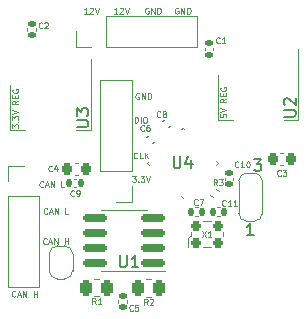
<source format=gto>
G04 #@! TF.GenerationSoftware,KiCad,Pcbnew,(6.0.7)*
G04 #@! TF.CreationDate,2023-06-30T23:32:05-07:00*
G04 #@! TF.ProjectId,RFD900 Interface,52464439-3030-4204-996e-746572666163,rev?*
G04 #@! TF.SameCoordinates,Original*
G04 #@! TF.FileFunction,Legend,Top*
G04 #@! TF.FilePolarity,Positive*
%FSLAX46Y46*%
G04 Gerber Fmt 4.6, Leading zero omitted, Abs format (unit mm)*
G04 Created by KiCad (PCBNEW (6.0.7)) date 2023-06-30 23:32:05*
%MOMM*%
%LPD*%
G01*
G04 APERTURE LIST*
G04 Aperture macros list*
%AMRoundRect*
0 Rectangle with rounded corners*
0 $1 Rounding radius*
0 $2 $3 $4 $5 $6 $7 $8 $9 X,Y pos of 4 corners*
0 Add a 4 corners polygon primitive as box body*
4,1,4,$2,$3,$4,$5,$6,$7,$8,$9,$2,$3,0*
0 Add four circle primitives for the rounded corners*
1,1,$1+$1,$2,$3*
1,1,$1+$1,$4,$5*
1,1,$1+$1,$6,$7*
1,1,$1+$1,$8,$9*
0 Add four rect primitives between the rounded corners*
20,1,$1+$1,$2,$3,$4,$5,0*
20,1,$1+$1,$4,$5,$6,$7,0*
20,1,$1+$1,$6,$7,$8,$9,0*
20,1,$1+$1,$8,$9,$2,$3,0*%
%AMFreePoly0*
4,1,22,0.500000,-0.750000,0.000000,-0.750000,0.000000,-0.745033,-0.079941,-0.743568,-0.215256,-0.701293,-0.333266,-0.622738,-0.424486,-0.514219,-0.481581,-0.384460,-0.499164,-0.250000,-0.500000,-0.250000,-0.500000,0.250000,-0.499164,0.250000,-0.499963,0.256109,-0.478152,0.396186,-0.417904,0.524511,-0.324060,0.630769,-0.204165,0.706417,-0.067858,0.745374,0.000000,0.744959,0.000000,0.750000,
0.500000,0.750000,0.500000,-0.750000,0.500000,-0.750000,$1*%
%AMFreePoly1*
4,1,20,0.000000,0.744959,0.073905,0.744508,0.209726,0.703889,0.328688,0.626782,0.421226,0.519385,0.479903,0.390333,0.500000,0.250000,0.500000,-0.250000,0.499851,-0.262216,0.476331,-0.402017,0.414519,-0.529596,0.319384,-0.634700,0.198574,-0.708877,0.061801,-0.746166,0.000000,-0.745033,0.000000,-0.750000,-0.500000,-0.750000,-0.500000,0.750000,0.000000,0.750000,0.000000,0.744959,
0.000000,0.744959,$1*%
%AMFreePoly2*
4,1,14,0.230680,0.111820,0.364320,-0.021821,0.377500,-0.053642,0.377500,-0.080000,0.364320,-0.111820,0.332500,-0.125000,-0.332500,-0.125000,-0.364320,-0.111820,-0.377500,-0.080000,-0.377500,0.080000,-0.364320,0.111820,-0.332500,0.125000,0.198860,0.125000,0.230680,0.111820,0.230680,0.111820,$1*%
%AMFreePoly3*
4,1,14,0.364320,0.111820,0.377500,0.080000,0.377501,0.053640,0.364318,0.021819,0.230680,-0.111820,0.198860,-0.125000,-0.332500,-0.125000,-0.364320,-0.111820,-0.377500,-0.080000,-0.377500,0.080000,-0.364320,0.111820,-0.332500,0.125000,0.332500,0.125000,0.364320,0.111820,0.364320,0.111820,$1*%
%AMFreePoly4*
4,1,15,0.053642,0.377500,0.080000,0.377500,0.111820,0.364320,0.125000,0.332500,0.125000,-0.332500,0.111820,-0.364320,0.080000,-0.377500,-0.080000,-0.377500,-0.111820,-0.364320,-0.125000,-0.332500,-0.125000,0.198860,-0.111820,0.230680,0.021820,0.364320,0.053640,0.377501,0.053642,0.377500,0.053642,0.377500,$1*%
%AMFreePoly5*
4,1,14,-0.021820,0.364320,0.111820,0.230679,0.125000,0.198858,0.125000,-0.332500,0.111820,-0.364320,0.080000,-0.377500,-0.080000,-0.377500,-0.111820,-0.364320,-0.125000,-0.332500,-0.125000,0.332500,-0.111820,0.364320,-0.080000,0.377500,-0.053640,0.377500,-0.021820,0.364320,-0.021820,0.364320,$1*%
%AMFreePoly6*
4,1,14,0.364320,0.111820,0.377500,0.080000,0.377500,-0.080000,0.364320,-0.111820,0.332500,-0.125000,-0.198860,-0.125001,-0.230681,-0.111818,-0.364320,0.021820,-0.377500,0.053640,-0.377500,0.080000,-0.364320,0.111820,-0.332500,0.125000,0.332500,0.125000,0.364320,0.111820,0.364320,0.111820,$1*%
%AMFreePoly7*
4,1,15,-0.198858,0.125000,0.332500,0.125000,0.364320,0.111820,0.377500,0.080000,0.377500,-0.080000,0.364320,-0.111820,0.332500,-0.125000,-0.332500,-0.125000,-0.364320,-0.111820,-0.377500,-0.080000,-0.377500,-0.053640,-0.364320,-0.021820,-0.230680,0.111820,-0.198860,0.125001,-0.198858,0.125000,-0.198858,0.125000,$1*%
%AMFreePoly8*
4,1,14,0.111820,0.364320,0.125000,0.332500,0.125001,-0.198860,0.111818,-0.230681,-0.021820,-0.364320,-0.053640,-0.377500,-0.080000,-0.377500,-0.111820,-0.364320,-0.125000,-0.332500,-0.125000,0.332500,-0.111820,0.364320,-0.080000,0.377500,0.080000,0.377500,0.111820,0.364320,0.111820,0.364320,$1*%
%AMFreePoly9*
4,1,14,0.111820,0.364320,0.125000,0.332500,0.125000,-0.332500,0.111820,-0.364320,0.080000,-0.377500,0.053640,-0.377501,0.021819,-0.364318,-0.111820,-0.230680,-0.125000,-0.198860,-0.125000,0.332500,-0.111820,0.364320,-0.080000,0.377500,0.080000,0.377500,0.111820,0.364320,0.111820,0.364320,$1*%
%AMFreePoly10*
4,1,22,0.550000,-0.750000,0.000000,-0.750000,0.000000,-0.745033,-0.079941,-0.743568,-0.215256,-0.701293,-0.333266,-0.622738,-0.424486,-0.514219,-0.481581,-0.384460,-0.499164,-0.250000,-0.500000,-0.250000,-0.500000,0.250000,-0.499164,0.250000,-0.499963,0.256109,-0.478152,0.396186,-0.417904,0.524511,-0.324060,0.630769,-0.204165,0.706417,-0.067858,0.745374,0.000000,0.744959,0.000000,0.750000,
0.550000,0.750000,0.550000,-0.750000,0.550000,-0.750000,$1*%
%AMFreePoly11*
4,1,20,0.000000,0.744959,0.073905,0.744508,0.209726,0.703889,0.328688,0.626782,0.421226,0.519385,0.479903,0.390333,0.500000,0.250000,0.500000,-0.250000,0.499851,-0.262216,0.476331,-0.402017,0.414519,-0.529596,0.319384,-0.634700,0.198574,-0.708877,0.061801,-0.746166,0.000000,-0.745033,0.000000,-0.750000,-0.550000,-0.750000,-0.550000,0.750000,0.000000,0.750000,0.000000,0.744959,
0.000000,0.744959,$1*%
G04 Aperture macros list end*
%ADD10C,0.100000*%
%ADD11C,0.150000*%
%ADD12C,0.120000*%
%ADD13R,1.700000X1.700000*%
%ADD14O,1.700000X1.700000*%
%ADD15RoundRect,0.200000X0.250000X-0.200000X0.250000X0.200000X-0.250000X0.200000X-0.250000X-0.200000X0*%
%ADD16RoundRect,0.140000X-0.140000X-0.170000X0.140000X-0.170000X0.140000X0.170000X-0.140000X0.170000X0*%
%ADD17RoundRect,0.140000X-0.170000X0.140000X-0.170000X-0.140000X0.170000X-0.140000X0.170000X0.140000X0*%
%ADD18FreePoly0,90.000000*%
%ADD19FreePoly1,90.000000*%
%ADD20FreePoly2,135.000000*%
%ADD21RoundRect,0.062500X0.309359X-0.220971X-0.220971X0.309359X-0.309359X0.220971X0.220971X-0.309359X0*%
%ADD22FreePoly3,135.000000*%
%ADD23FreePoly4,135.000000*%
%ADD24RoundRect,0.062500X0.309359X0.220971X0.220971X0.309359X-0.309359X-0.220971X-0.220971X-0.309359X0*%
%ADD25FreePoly5,135.000000*%
%ADD26FreePoly6,135.000000*%
%ADD27FreePoly7,135.000000*%
%ADD28FreePoly8,135.000000*%
%ADD29FreePoly9,135.000000*%
%ADD30RoundRect,0.140000X0.021213X-0.219203X0.219203X-0.021213X-0.021213X0.219203X-0.219203X0.021213X0*%
%ADD31RoundRect,0.135000X-0.226274X-0.035355X-0.035355X-0.226274X0.226274X0.035355X0.035355X0.226274X0*%
%ADD32R,1.500000X2.000000*%
%ADD33R,3.800000X2.000000*%
%ADD34RoundRect,0.140000X-0.021213X0.219203X-0.219203X0.021213X0.021213X-0.219203X0.219203X-0.021213X0*%
%ADD35RoundRect,0.150000X0.825000X0.150000X-0.825000X0.150000X-0.825000X-0.150000X0.825000X-0.150000X0*%
%ADD36RoundRect,0.140000X0.170000X-0.140000X0.170000X0.140000X-0.170000X0.140000X-0.170000X-0.140000X0*%
%ADD37RoundRect,0.250000X-0.262500X-0.450000X0.262500X-0.450000X0.262500X0.450000X-0.262500X0.450000X0*%
%ADD38FreePoly10,90.000000*%
%ADD39R,1.500000X1.000000*%
%ADD40FreePoly11,90.000000*%
%ADD41RoundRect,0.140000X0.140000X0.170000X-0.140000X0.170000X-0.140000X-0.170000X0.140000X-0.170000X0*%
%ADD42RoundRect,0.225000X-0.225000X-0.250000X0.225000X-0.250000X0.225000X0.250000X-0.225000X0.250000X0*%
G04 APERTURE END LIST*
D10*
X37887911Y-25619608D02*
X37840292Y-25595798D01*
X37768864Y-25595798D01*
X37697435Y-25619608D01*
X37649816Y-25667227D01*
X37626006Y-25714846D01*
X37602197Y-25810084D01*
X37602197Y-25881512D01*
X37626006Y-25976750D01*
X37649816Y-26024369D01*
X37697435Y-26071988D01*
X37768864Y-26095798D01*
X37816483Y-26095798D01*
X37887911Y-26071988D01*
X37911721Y-26048179D01*
X37911721Y-25881512D01*
X37816483Y-25881512D01*
X38126006Y-26095798D02*
X38126006Y-25595798D01*
X38411721Y-26095798D01*
X38411721Y-25595798D01*
X38649816Y-26095798D02*
X38649816Y-25595798D01*
X38768864Y-25595798D01*
X38840292Y-25619608D01*
X38887911Y-25667227D01*
X38911721Y-25714846D01*
X38935530Y-25810084D01*
X38935530Y-25881512D01*
X38911721Y-25976750D01*
X38887911Y-26024369D01*
X38840292Y-26071988D01*
X38768864Y-26095798D01*
X38649816Y-26095798D01*
X29310714Y-43003571D02*
X29286904Y-43027380D01*
X29215476Y-43051190D01*
X29167857Y-43051190D01*
X29096428Y-43027380D01*
X29048809Y-42979761D01*
X29025000Y-42932142D01*
X29001190Y-42836904D01*
X29001190Y-42765476D01*
X29025000Y-42670238D01*
X29048809Y-42622619D01*
X29096428Y-42575000D01*
X29167857Y-42551190D01*
X29215476Y-42551190D01*
X29286904Y-42575000D01*
X29310714Y-42598809D01*
X29501190Y-42908333D02*
X29739285Y-42908333D01*
X29453571Y-43051190D02*
X29620238Y-42551190D01*
X29786904Y-43051190D01*
X29953571Y-43051190D02*
X29953571Y-42551190D01*
X30239285Y-43051190D01*
X30239285Y-42551190D01*
X31096428Y-43051190D02*
X30858333Y-43051190D01*
X30858333Y-42551190D01*
X35246932Y-26095798D02*
X34961217Y-26095798D01*
X35104074Y-26095798D02*
X35104074Y-25595798D01*
X35056455Y-25667227D01*
X35008836Y-25714846D01*
X34961217Y-25738655D01*
X35437408Y-25643417D02*
X35461217Y-25619608D01*
X35508836Y-25595798D01*
X35627884Y-25595798D01*
X35675503Y-25619608D01*
X35699312Y-25643417D01*
X35723122Y-25691036D01*
X35723122Y-25738655D01*
X35699312Y-25810084D01*
X35413598Y-26095798D01*
X35723122Y-26095798D01*
X35865979Y-25595798D02*
X36032646Y-26095798D01*
X36199312Y-25595798D01*
X36713095Y-35326190D02*
X36713095Y-34826190D01*
X36832142Y-34826190D01*
X36903571Y-34850000D01*
X36951190Y-34897619D01*
X36975000Y-34945238D01*
X36998809Y-35040476D01*
X36998809Y-35111904D01*
X36975000Y-35207142D01*
X36951190Y-35254761D01*
X36903571Y-35302380D01*
X36832142Y-35326190D01*
X36713095Y-35326190D01*
X37213095Y-35326190D02*
X37213095Y-34826190D01*
X37546428Y-34826190D02*
X37641666Y-34826190D01*
X37689285Y-34850000D01*
X37736904Y-34897619D01*
X37760714Y-34992857D01*
X37760714Y-35159523D01*
X37736904Y-35254761D01*
X37689285Y-35302380D01*
X37641666Y-35326190D01*
X37546428Y-35326190D01*
X37498809Y-35302380D01*
X37451190Y-35254761D01*
X37427380Y-35159523D01*
X37427380Y-34992857D01*
X37451190Y-34897619D01*
X37498809Y-34850000D01*
X37546428Y-34826190D01*
X26351190Y-35779761D02*
X26351190Y-35470238D01*
X26541666Y-35636904D01*
X26541666Y-35565476D01*
X26565476Y-35517857D01*
X26589285Y-35494047D01*
X26636904Y-35470238D01*
X26755952Y-35470238D01*
X26803571Y-35494047D01*
X26827380Y-35517857D01*
X26851190Y-35565476D01*
X26851190Y-35708333D01*
X26827380Y-35755952D01*
X26803571Y-35779761D01*
X26803571Y-35255952D02*
X26827380Y-35232142D01*
X26851190Y-35255952D01*
X26827380Y-35279761D01*
X26803571Y-35255952D01*
X26851190Y-35255952D01*
X26351190Y-35065476D02*
X26351190Y-34755952D01*
X26541666Y-34922619D01*
X26541666Y-34851190D01*
X26565476Y-34803571D01*
X26589285Y-34779761D01*
X26636904Y-34755952D01*
X26755952Y-34755952D01*
X26803571Y-34779761D01*
X26827380Y-34803571D01*
X26851190Y-34851190D01*
X26851190Y-34994047D01*
X26827380Y-35041666D01*
X26803571Y-35065476D01*
X26351190Y-34613095D02*
X26851190Y-34446428D01*
X26351190Y-34279761D01*
X26851190Y-33446428D02*
X26613095Y-33613095D01*
X26851190Y-33732142D02*
X26351190Y-33732142D01*
X26351190Y-33541666D01*
X26375000Y-33494047D01*
X26398809Y-33470238D01*
X26446428Y-33446428D01*
X26517857Y-33446428D01*
X26565476Y-33470238D01*
X26589285Y-33494047D01*
X26613095Y-33541666D01*
X26613095Y-33732142D01*
X26589285Y-33232142D02*
X26589285Y-33065476D01*
X26851190Y-32994047D02*
X26851190Y-33232142D01*
X26351190Y-33232142D01*
X26351190Y-32994047D01*
X26375000Y-32517857D02*
X26351190Y-32565476D01*
X26351190Y-32636904D01*
X26375000Y-32708333D01*
X26422619Y-32755952D01*
X26470238Y-32779761D01*
X26565476Y-32803571D01*
X26636904Y-32803571D01*
X26732142Y-32779761D01*
X26779761Y-32755952D01*
X26827380Y-32708333D01*
X26851190Y-32636904D01*
X26851190Y-32589285D01*
X26827380Y-32517857D01*
X26803571Y-32494047D01*
X26636904Y-32494047D01*
X26636904Y-32589285D01*
X32725000Y-26095798D02*
X32439285Y-26095798D01*
X32582142Y-26095798D02*
X32582142Y-25595798D01*
X32534523Y-25667227D01*
X32486904Y-25714846D01*
X32439285Y-25738655D01*
X32915476Y-25643417D02*
X32939285Y-25619608D01*
X32986904Y-25595798D01*
X33105952Y-25595798D01*
X33153571Y-25619608D01*
X33177380Y-25643417D01*
X33201190Y-25691036D01*
X33201190Y-25738655D01*
X33177380Y-25810084D01*
X32891666Y-26095798D01*
X33201190Y-26095798D01*
X33344047Y-25595798D02*
X33510714Y-26095798D01*
X33677380Y-25595798D01*
X40409844Y-25619608D02*
X40362225Y-25595798D01*
X40290797Y-25595798D01*
X40219368Y-25619608D01*
X40171749Y-25667227D01*
X40147939Y-25714846D01*
X40124130Y-25810084D01*
X40124130Y-25881512D01*
X40147939Y-25976750D01*
X40171749Y-26024369D01*
X40219368Y-26071988D01*
X40290797Y-26095798D01*
X40338416Y-26095798D01*
X40409844Y-26071988D01*
X40433654Y-26048179D01*
X40433654Y-25881512D01*
X40338416Y-25881512D01*
X40647939Y-26095798D02*
X40647939Y-25595798D01*
X40933654Y-26095798D01*
X40933654Y-25595798D01*
X41171749Y-26095798D02*
X41171749Y-25595798D01*
X41290797Y-25595798D01*
X41362225Y-25619608D01*
X41409844Y-25667227D01*
X41433654Y-25714846D01*
X41457463Y-25810084D01*
X41457463Y-25881512D01*
X41433654Y-25976750D01*
X41409844Y-26024369D01*
X41362225Y-26071988D01*
X41290797Y-26095798D01*
X41171749Y-26095798D01*
X26626190Y-50003571D02*
X26602380Y-50027380D01*
X26530952Y-50051190D01*
X26483333Y-50051190D01*
X26411904Y-50027380D01*
X26364285Y-49979761D01*
X26340476Y-49932142D01*
X26316666Y-49836904D01*
X26316666Y-49765476D01*
X26340476Y-49670238D01*
X26364285Y-49622619D01*
X26411904Y-49575000D01*
X26483333Y-49551190D01*
X26530952Y-49551190D01*
X26602380Y-49575000D01*
X26626190Y-49598809D01*
X26816666Y-49908333D02*
X27054761Y-49908333D01*
X26769047Y-50051190D02*
X26935714Y-49551190D01*
X27102380Y-50051190D01*
X27269047Y-50051190D02*
X27269047Y-49551190D01*
X27554761Y-50051190D01*
X27554761Y-49551190D01*
X28173809Y-50051190D02*
X28173809Y-49551190D01*
X28173809Y-49789285D02*
X28459523Y-49789285D01*
X28459523Y-50051190D02*
X28459523Y-49551190D01*
X37069047Y-32850000D02*
X37021428Y-32826190D01*
X36950000Y-32826190D01*
X36878571Y-32850000D01*
X36830952Y-32897619D01*
X36807142Y-32945238D01*
X36783333Y-33040476D01*
X36783333Y-33111904D01*
X36807142Y-33207142D01*
X36830952Y-33254761D01*
X36878571Y-33302380D01*
X36950000Y-33326190D01*
X36997619Y-33326190D01*
X37069047Y-33302380D01*
X37092857Y-33278571D01*
X37092857Y-33111904D01*
X36997619Y-33111904D01*
X37307142Y-33326190D02*
X37307142Y-32826190D01*
X37592857Y-33326190D01*
X37592857Y-32826190D01*
X37830952Y-33326190D02*
X37830952Y-32826190D01*
X37950000Y-32826190D01*
X38021428Y-32850000D01*
X38069047Y-32897619D01*
X38092857Y-32945238D01*
X38116666Y-33040476D01*
X38116666Y-33111904D01*
X38092857Y-33207142D01*
X38069047Y-33254761D01*
X38021428Y-33302380D01*
X37950000Y-33326190D01*
X37830952Y-33326190D01*
X36511904Y-39851190D02*
X36821428Y-39851190D01*
X36654761Y-40041666D01*
X36726190Y-40041666D01*
X36773809Y-40065476D01*
X36797619Y-40089285D01*
X36821428Y-40136904D01*
X36821428Y-40255952D01*
X36797619Y-40303571D01*
X36773809Y-40327380D01*
X36726190Y-40351190D01*
X36583333Y-40351190D01*
X36535714Y-40327380D01*
X36511904Y-40303571D01*
X37035714Y-40303571D02*
X37059523Y-40327380D01*
X37035714Y-40351190D01*
X37011904Y-40327380D01*
X37035714Y-40303571D01*
X37035714Y-40351190D01*
X37226190Y-39851190D02*
X37535714Y-39851190D01*
X37369047Y-40041666D01*
X37440476Y-40041666D01*
X37488095Y-40065476D01*
X37511904Y-40089285D01*
X37535714Y-40136904D01*
X37535714Y-40255952D01*
X37511904Y-40303571D01*
X37488095Y-40327380D01*
X37440476Y-40351190D01*
X37297619Y-40351190D01*
X37250000Y-40327380D01*
X37226190Y-40303571D01*
X37678571Y-39851190D02*
X37845238Y-40351190D01*
X38011904Y-39851190D01*
X29276190Y-45553571D02*
X29252380Y-45577380D01*
X29180952Y-45601190D01*
X29133333Y-45601190D01*
X29061904Y-45577380D01*
X29014285Y-45529761D01*
X28990476Y-45482142D01*
X28966666Y-45386904D01*
X28966666Y-45315476D01*
X28990476Y-45220238D01*
X29014285Y-45172619D01*
X29061904Y-45125000D01*
X29133333Y-45101190D01*
X29180952Y-45101190D01*
X29252380Y-45125000D01*
X29276190Y-45148809D01*
X29466666Y-45458333D02*
X29704761Y-45458333D01*
X29419047Y-45601190D02*
X29585714Y-45101190D01*
X29752380Y-45601190D01*
X29919047Y-45601190D02*
X29919047Y-45101190D01*
X30204761Y-45601190D01*
X30204761Y-45101190D01*
X30823809Y-45601190D02*
X30823809Y-45101190D01*
X30823809Y-45339285D02*
X31109523Y-45339285D01*
X31109523Y-45601190D02*
X31109523Y-45101190D01*
X43976190Y-34611904D02*
X43976190Y-34850000D01*
X44214285Y-34873809D01*
X44190476Y-34850000D01*
X44166666Y-34802380D01*
X44166666Y-34683333D01*
X44190476Y-34635714D01*
X44214285Y-34611904D01*
X44261904Y-34588095D01*
X44380952Y-34588095D01*
X44428571Y-34611904D01*
X44452380Y-34635714D01*
X44476190Y-34683333D01*
X44476190Y-34802380D01*
X44452380Y-34850000D01*
X44428571Y-34873809D01*
X43976190Y-34445238D02*
X44476190Y-34278571D01*
X43976190Y-34111904D01*
X44476190Y-33278571D02*
X44238095Y-33445238D01*
X44476190Y-33564285D02*
X43976190Y-33564285D01*
X43976190Y-33373809D01*
X44000000Y-33326190D01*
X44023809Y-33302380D01*
X44071428Y-33278571D01*
X44142857Y-33278571D01*
X44190476Y-33302380D01*
X44214285Y-33326190D01*
X44238095Y-33373809D01*
X44238095Y-33564285D01*
X44214285Y-33064285D02*
X44214285Y-32897619D01*
X44476190Y-32826190D02*
X44476190Y-33064285D01*
X43976190Y-33064285D01*
X43976190Y-32826190D01*
X44000000Y-32350000D02*
X43976190Y-32397619D01*
X43976190Y-32469047D01*
X44000000Y-32540476D01*
X44047619Y-32588095D01*
X44095238Y-32611904D01*
X44190476Y-32635714D01*
X44261904Y-32635714D01*
X44357142Y-32611904D01*
X44404761Y-32588095D01*
X44452380Y-32540476D01*
X44476190Y-32469047D01*
X44476190Y-32421428D01*
X44452380Y-32350000D01*
X44428571Y-32326190D01*
X44261904Y-32326190D01*
X44261904Y-32421428D01*
X36952380Y-38303571D02*
X36928571Y-38327380D01*
X36857142Y-38351190D01*
X36809523Y-38351190D01*
X36738095Y-38327380D01*
X36690476Y-38279761D01*
X36666666Y-38232142D01*
X36642857Y-38136904D01*
X36642857Y-38065476D01*
X36666666Y-37970238D01*
X36690476Y-37922619D01*
X36738095Y-37875000D01*
X36809523Y-37851190D01*
X36857142Y-37851190D01*
X36928571Y-37875000D01*
X36952380Y-37898809D01*
X37404761Y-38351190D02*
X37166666Y-38351190D01*
X37166666Y-37851190D01*
X37571428Y-38351190D02*
X37571428Y-37851190D01*
X37857142Y-38351190D02*
X37642857Y-38065476D01*
X37857142Y-37851190D02*
X37571428Y-38136904D01*
X28960714Y-40728571D02*
X28936904Y-40752380D01*
X28865476Y-40776190D01*
X28817857Y-40776190D01*
X28746428Y-40752380D01*
X28698809Y-40704761D01*
X28675000Y-40657142D01*
X28651190Y-40561904D01*
X28651190Y-40490476D01*
X28675000Y-40395238D01*
X28698809Y-40347619D01*
X28746428Y-40300000D01*
X28817857Y-40276190D01*
X28865476Y-40276190D01*
X28936904Y-40300000D01*
X28960714Y-40323809D01*
X29151190Y-40633333D02*
X29389285Y-40633333D01*
X29103571Y-40776190D02*
X29270238Y-40276190D01*
X29436904Y-40776190D01*
X29603571Y-40776190D02*
X29603571Y-40276190D01*
X29889285Y-40776190D01*
X29889285Y-40276190D01*
X30746428Y-40776190D02*
X30508333Y-40776190D01*
X30508333Y-40276190D01*
X42420238Y-44501190D02*
X42753571Y-45001190D01*
X42753571Y-44501190D02*
X42420238Y-45001190D01*
X43205952Y-45001190D02*
X42920238Y-45001190D01*
X43063095Y-45001190D02*
X43063095Y-44501190D01*
X43015476Y-44572619D01*
X42967857Y-44620238D01*
X42920238Y-44644047D01*
X31591666Y-41503571D02*
X31567857Y-41527380D01*
X31496428Y-41551190D01*
X31448809Y-41551190D01*
X31377380Y-41527380D01*
X31329761Y-41479761D01*
X31305952Y-41432142D01*
X31282142Y-41336904D01*
X31282142Y-41265476D01*
X31305952Y-41170238D01*
X31329761Y-41122619D01*
X31377380Y-41075000D01*
X31448809Y-41051190D01*
X31496428Y-41051190D01*
X31567857Y-41075000D01*
X31591666Y-41098809D01*
X31829761Y-41551190D02*
X31925000Y-41551190D01*
X31972619Y-41527380D01*
X31996428Y-41503571D01*
X32044047Y-41432142D01*
X32067857Y-41336904D01*
X32067857Y-41146428D01*
X32044047Y-41098809D01*
X32020238Y-41075000D01*
X31972619Y-41051190D01*
X31877380Y-41051190D01*
X31829761Y-41075000D01*
X31805952Y-41098809D01*
X31782142Y-41146428D01*
X31782142Y-41265476D01*
X31805952Y-41313095D01*
X31829761Y-41336904D01*
X31877380Y-41360714D01*
X31972619Y-41360714D01*
X32020238Y-41336904D01*
X32044047Y-41313095D01*
X32067857Y-41265476D01*
X36566666Y-51203571D02*
X36542857Y-51227380D01*
X36471428Y-51251190D01*
X36423809Y-51251190D01*
X36352380Y-51227380D01*
X36304761Y-51179761D01*
X36280952Y-51132142D01*
X36257142Y-51036904D01*
X36257142Y-50965476D01*
X36280952Y-50870238D01*
X36304761Y-50822619D01*
X36352380Y-50775000D01*
X36423809Y-50751190D01*
X36471428Y-50751190D01*
X36542857Y-50775000D01*
X36566666Y-50798809D01*
X37019047Y-50751190D02*
X36780952Y-50751190D01*
X36757142Y-50989285D01*
X36780952Y-50965476D01*
X36828571Y-50941666D01*
X36947619Y-50941666D01*
X36995238Y-50965476D01*
X37019047Y-50989285D01*
X37042857Y-51036904D01*
X37042857Y-51155952D01*
X37019047Y-51203571D01*
X36995238Y-51227380D01*
X36947619Y-51251190D01*
X36828571Y-51251190D01*
X36780952Y-51227380D01*
X36757142Y-51203571D01*
X44428571Y-42328571D02*
X44404761Y-42352380D01*
X44333333Y-42376190D01*
X44285714Y-42376190D01*
X44214285Y-42352380D01*
X44166666Y-42304761D01*
X44142857Y-42257142D01*
X44119047Y-42161904D01*
X44119047Y-42090476D01*
X44142857Y-41995238D01*
X44166666Y-41947619D01*
X44214285Y-41900000D01*
X44285714Y-41876190D01*
X44333333Y-41876190D01*
X44404761Y-41900000D01*
X44428571Y-41923809D01*
X44904761Y-42376190D02*
X44619047Y-42376190D01*
X44761904Y-42376190D02*
X44761904Y-41876190D01*
X44714285Y-41947619D01*
X44666666Y-41995238D01*
X44619047Y-42019047D01*
X45380952Y-42376190D02*
X45095238Y-42376190D01*
X45238095Y-42376190D02*
X45238095Y-41876190D01*
X45190476Y-41947619D01*
X45142857Y-41995238D01*
X45095238Y-42019047D01*
D11*
X40013095Y-38177380D02*
X40013095Y-38986904D01*
X40060714Y-39082142D01*
X40108333Y-39129761D01*
X40203571Y-39177380D01*
X40394047Y-39177380D01*
X40489285Y-39129761D01*
X40536904Y-39082142D01*
X40584523Y-38986904D01*
X40584523Y-38177380D01*
X41489285Y-38510714D02*
X41489285Y-39177380D01*
X41251190Y-38129761D02*
X41013095Y-38844047D01*
X41632142Y-38844047D01*
D10*
X38891666Y-34803571D02*
X38867857Y-34827380D01*
X38796428Y-34851190D01*
X38748809Y-34851190D01*
X38677380Y-34827380D01*
X38629761Y-34779761D01*
X38605952Y-34732142D01*
X38582142Y-34636904D01*
X38582142Y-34565476D01*
X38605952Y-34470238D01*
X38629761Y-34422619D01*
X38677380Y-34375000D01*
X38748809Y-34351190D01*
X38796428Y-34351190D01*
X38867857Y-34375000D01*
X38891666Y-34398809D01*
X39177380Y-34565476D02*
X39129761Y-34541666D01*
X39105952Y-34517857D01*
X39082142Y-34470238D01*
X39082142Y-34446428D01*
X39105952Y-34398809D01*
X39129761Y-34375000D01*
X39177380Y-34351190D01*
X39272619Y-34351190D01*
X39320238Y-34375000D01*
X39344047Y-34398809D01*
X39367857Y-34446428D01*
X39367857Y-34470238D01*
X39344047Y-34517857D01*
X39320238Y-34541666D01*
X39272619Y-34565476D01*
X39177380Y-34565476D01*
X39129761Y-34589285D01*
X39105952Y-34613095D01*
X39082142Y-34660714D01*
X39082142Y-34755952D01*
X39105952Y-34803571D01*
X39129761Y-34827380D01*
X39177380Y-34851190D01*
X39272619Y-34851190D01*
X39320238Y-34827380D01*
X39344047Y-34803571D01*
X39367857Y-34755952D01*
X39367857Y-34660714D01*
X39344047Y-34613095D01*
X39320238Y-34589285D01*
X39272619Y-34565476D01*
X43691666Y-40626191D02*
X43525000Y-40388096D01*
X43405952Y-40626191D02*
X43405952Y-40126191D01*
X43596428Y-40126191D01*
X43644047Y-40150001D01*
X43667857Y-40173810D01*
X43691666Y-40221429D01*
X43691666Y-40292858D01*
X43667857Y-40340477D01*
X43644047Y-40364286D01*
X43596428Y-40388096D01*
X43405952Y-40388096D01*
X43858333Y-40126191D02*
X44167857Y-40126191D01*
X44001190Y-40316667D01*
X44072619Y-40316667D01*
X44120238Y-40340477D01*
X44144047Y-40364286D01*
X44167857Y-40411905D01*
X44167857Y-40530953D01*
X44144047Y-40578572D01*
X44120238Y-40602381D01*
X44072619Y-40626191D01*
X43929761Y-40626191D01*
X43882142Y-40602381D01*
X43858333Y-40578572D01*
D11*
X49352380Y-34811904D02*
X50161904Y-34811904D01*
X50257142Y-34764285D01*
X50304761Y-34716666D01*
X50352380Y-34621428D01*
X50352380Y-34430952D01*
X50304761Y-34335714D01*
X50257142Y-34288095D01*
X50161904Y-34240476D01*
X49352380Y-34240476D01*
X49447619Y-33811904D02*
X49400000Y-33764285D01*
X49352380Y-33669047D01*
X49352380Y-33430952D01*
X49400000Y-33335714D01*
X49447619Y-33288095D01*
X49542857Y-33240476D01*
X49638095Y-33240476D01*
X49780952Y-33288095D01*
X50352380Y-33859523D01*
X50352380Y-33240476D01*
D10*
X37516666Y-35978571D02*
X37492857Y-36002380D01*
X37421428Y-36026190D01*
X37373809Y-36026190D01*
X37302380Y-36002380D01*
X37254761Y-35954761D01*
X37230952Y-35907142D01*
X37207142Y-35811904D01*
X37207142Y-35740476D01*
X37230952Y-35645238D01*
X37254761Y-35597619D01*
X37302380Y-35550000D01*
X37373809Y-35526190D01*
X37421428Y-35526190D01*
X37492857Y-35550000D01*
X37516666Y-35573809D01*
X37945238Y-35526190D02*
X37850000Y-35526190D01*
X37802380Y-35550000D01*
X37778571Y-35573809D01*
X37730952Y-35645238D01*
X37707142Y-35740476D01*
X37707142Y-35930952D01*
X37730952Y-35978571D01*
X37754761Y-36002380D01*
X37802380Y-36026190D01*
X37897619Y-36026190D01*
X37945238Y-36002380D01*
X37969047Y-35978571D01*
X37992857Y-35930952D01*
X37992857Y-35811904D01*
X37969047Y-35764285D01*
X37945238Y-35740476D01*
X37897619Y-35716666D01*
X37802380Y-35716666D01*
X37754761Y-35740476D01*
X37730952Y-35764285D01*
X37707142Y-35811904D01*
D11*
X35463095Y-46552380D02*
X35463095Y-47361904D01*
X35510714Y-47457142D01*
X35558333Y-47504761D01*
X35653571Y-47552380D01*
X35844047Y-47552380D01*
X35939285Y-47504761D01*
X35986904Y-47457142D01*
X36034523Y-47361904D01*
X36034523Y-46552380D01*
X37034523Y-47552380D02*
X36463095Y-47552380D01*
X36748809Y-47552380D02*
X36748809Y-46552380D01*
X36653571Y-46695238D01*
X36558333Y-46790476D01*
X36463095Y-46838095D01*
D10*
X28891666Y-27278571D02*
X28867857Y-27302380D01*
X28796428Y-27326190D01*
X28748809Y-27326190D01*
X28677380Y-27302380D01*
X28629761Y-27254761D01*
X28605952Y-27207142D01*
X28582142Y-27111904D01*
X28582142Y-27040476D01*
X28605952Y-26945238D01*
X28629761Y-26897619D01*
X28677380Y-26850000D01*
X28748809Y-26826190D01*
X28796428Y-26826190D01*
X28867857Y-26850000D01*
X28891666Y-26873809D01*
X29082142Y-26873809D02*
X29105952Y-26850000D01*
X29153571Y-26826190D01*
X29272619Y-26826190D01*
X29320238Y-26850000D01*
X29344047Y-26873809D01*
X29367857Y-26921428D01*
X29367857Y-26969047D01*
X29344047Y-27040476D01*
X29058333Y-27326190D01*
X29367857Y-27326190D01*
X37816666Y-50726190D02*
X37650000Y-50488095D01*
X37530952Y-50726190D02*
X37530952Y-50226190D01*
X37721428Y-50226190D01*
X37769047Y-50250000D01*
X37792857Y-50273809D01*
X37816666Y-50321428D01*
X37816666Y-50392857D01*
X37792857Y-50440476D01*
X37769047Y-50464285D01*
X37721428Y-50488095D01*
X37530952Y-50488095D01*
X38007142Y-50273809D02*
X38030952Y-50250000D01*
X38078571Y-50226190D01*
X38197619Y-50226190D01*
X38245238Y-50250000D01*
X38269047Y-50273809D01*
X38292857Y-50321428D01*
X38292857Y-50369047D01*
X38269047Y-50440476D01*
X37983333Y-50726190D01*
X38292857Y-50726190D01*
X43916666Y-28553571D02*
X43892857Y-28577380D01*
X43821428Y-28601190D01*
X43773809Y-28601190D01*
X43702380Y-28577380D01*
X43654761Y-28529761D01*
X43630952Y-28482142D01*
X43607142Y-28386904D01*
X43607142Y-28315476D01*
X43630952Y-28220238D01*
X43654761Y-28172619D01*
X43702380Y-28125000D01*
X43773809Y-28101190D01*
X43821428Y-28101190D01*
X43892857Y-28125000D01*
X43916666Y-28148809D01*
X44392857Y-28601190D02*
X44107142Y-28601190D01*
X44250000Y-28601190D02*
X44250000Y-28101190D01*
X44202380Y-28172619D01*
X44154761Y-28220238D01*
X44107142Y-28244047D01*
D11*
X31802380Y-35686904D02*
X32611904Y-35686904D01*
X32707142Y-35639285D01*
X32754761Y-35591666D01*
X32802380Y-35496428D01*
X32802380Y-35305952D01*
X32754761Y-35210714D01*
X32707142Y-35163095D01*
X32611904Y-35115476D01*
X31802380Y-35115476D01*
X31802380Y-34734523D02*
X31802380Y-34115476D01*
X32183333Y-34448809D01*
X32183333Y-34305952D01*
X32230952Y-34210714D01*
X32278571Y-34163095D01*
X32373809Y-34115476D01*
X32611904Y-34115476D01*
X32707142Y-34163095D01*
X32754761Y-34210714D01*
X32802380Y-34305952D01*
X32802380Y-34591666D01*
X32754761Y-34686904D01*
X32707142Y-34734523D01*
X46810714Y-44852380D02*
X46239285Y-44852380D01*
X46525000Y-44852380D02*
X46525000Y-43852380D01*
X46429761Y-43995238D01*
X46334523Y-44090476D01*
X46239285Y-44138095D01*
X46816666Y-38402380D02*
X47435714Y-38402380D01*
X47102380Y-38783333D01*
X47245238Y-38783333D01*
X47340476Y-38830952D01*
X47388095Y-38878571D01*
X47435714Y-38973809D01*
X47435714Y-39211904D01*
X47388095Y-39307142D01*
X47340476Y-39354761D01*
X47245238Y-39402380D01*
X46959523Y-39402380D01*
X46864285Y-39354761D01*
X46816666Y-39307142D01*
D10*
X42041666Y-42253571D02*
X42017857Y-42277380D01*
X41946428Y-42301190D01*
X41898809Y-42301190D01*
X41827380Y-42277380D01*
X41779761Y-42229761D01*
X41755952Y-42182142D01*
X41732142Y-42086904D01*
X41732142Y-42015476D01*
X41755952Y-41920238D01*
X41779761Y-41872619D01*
X41827380Y-41825000D01*
X41898809Y-41801190D01*
X41946428Y-41801190D01*
X42017857Y-41825000D01*
X42041666Y-41848809D01*
X42208333Y-41801190D02*
X42541666Y-41801190D01*
X42327380Y-42301190D01*
X45503571Y-39053571D02*
X45479761Y-39077380D01*
X45408333Y-39101190D01*
X45360714Y-39101190D01*
X45289285Y-39077380D01*
X45241666Y-39029761D01*
X45217857Y-38982142D01*
X45194047Y-38886904D01*
X45194047Y-38815476D01*
X45217857Y-38720238D01*
X45241666Y-38672619D01*
X45289285Y-38625000D01*
X45360714Y-38601190D01*
X45408333Y-38601190D01*
X45479761Y-38625000D01*
X45503571Y-38648809D01*
X45979761Y-39101190D02*
X45694047Y-39101190D01*
X45836904Y-39101190D02*
X45836904Y-38601190D01*
X45789285Y-38672619D01*
X45741666Y-38720238D01*
X45694047Y-38744047D01*
X46289285Y-38601190D02*
X46336904Y-38601190D01*
X46384523Y-38625000D01*
X46408333Y-38648809D01*
X46432142Y-38696428D01*
X46455952Y-38791666D01*
X46455952Y-38910714D01*
X46432142Y-39005952D01*
X46408333Y-39053571D01*
X46384523Y-39077380D01*
X46336904Y-39101190D01*
X46289285Y-39101190D01*
X46241666Y-39077380D01*
X46217857Y-39053571D01*
X46194047Y-39005952D01*
X46170238Y-38910714D01*
X46170238Y-38791666D01*
X46194047Y-38696428D01*
X46217857Y-38648809D01*
X46241666Y-38625000D01*
X46289285Y-38601190D01*
X29716666Y-39403571D02*
X29692857Y-39427380D01*
X29621428Y-39451190D01*
X29573809Y-39451190D01*
X29502380Y-39427380D01*
X29454761Y-39379761D01*
X29430952Y-39332142D01*
X29407142Y-39236904D01*
X29407142Y-39165476D01*
X29430952Y-39070238D01*
X29454761Y-39022619D01*
X29502380Y-38975000D01*
X29573809Y-38951190D01*
X29621428Y-38951190D01*
X29692857Y-38975000D01*
X29716666Y-38998809D01*
X30145238Y-39117857D02*
X30145238Y-39451190D01*
X30026190Y-38927380D02*
X29907142Y-39284523D01*
X30216666Y-39284523D01*
X33416666Y-50701190D02*
X33250000Y-50463095D01*
X33130952Y-50701190D02*
X33130952Y-50201190D01*
X33321428Y-50201190D01*
X33369047Y-50225000D01*
X33392857Y-50248809D01*
X33416666Y-50296428D01*
X33416666Y-50367857D01*
X33392857Y-50415476D01*
X33369047Y-50439285D01*
X33321428Y-50463095D01*
X33130952Y-50463095D01*
X33892857Y-50701190D02*
X33607142Y-50701190D01*
X33750000Y-50701190D02*
X33750000Y-50201190D01*
X33702380Y-50272619D01*
X33654761Y-50320238D01*
X33607142Y-50344047D01*
X49091666Y-39778571D02*
X49067857Y-39802380D01*
X48996428Y-39826190D01*
X48948809Y-39826190D01*
X48877380Y-39802380D01*
X48829761Y-39754761D01*
X48805952Y-39707142D01*
X48782142Y-39611904D01*
X48782142Y-39540476D01*
X48805952Y-39445238D01*
X48829761Y-39397619D01*
X48877380Y-39350000D01*
X48948809Y-39326190D01*
X48996428Y-39326190D01*
X49067857Y-39350000D01*
X49091666Y-39373809D01*
X49258333Y-39326190D02*
X49567857Y-39326190D01*
X49401190Y-39516666D01*
X49472619Y-39516666D01*
X49520238Y-39540476D01*
X49544047Y-39564285D01*
X49567857Y-39611904D01*
X49567857Y-39730952D01*
X49544047Y-39778571D01*
X49520238Y-39802380D01*
X49472619Y-39826190D01*
X49329761Y-39826190D01*
X49282142Y-39802380D01*
X49258333Y-39778571D01*
D12*
X25995000Y-40300000D02*
X25995000Y-38970000D01*
X28655000Y-41570000D02*
X28655000Y-49250000D01*
X25995000Y-41570000D02*
X28655000Y-41570000D01*
X25995000Y-38970000D02*
X27325000Y-38970000D01*
X25995000Y-49250000D02*
X28655000Y-49250000D01*
X25995000Y-41570000D02*
X25995000Y-49250000D01*
X43145000Y-43665000D02*
X42505000Y-43665000D01*
X43145000Y-45885000D02*
X42505000Y-45885000D01*
X41465000Y-44935000D02*
X41465000Y-44605000D01*
X41265000Y-45155000D02*
X41265000Y-45845000D01*
X44185000Y-44945000D02*
X44185000Y-44605000D01*
X41465000Y-44934999D02*
G75*
G03*
X41265000Y-45155000I120002J-310002D01*
G01*
X31567164Y-40810000D02*
X31782836Y-40810000D01*
X31567164Y-40090000D02*
X31782836Y-40090000D01*
X36060000Y-50372164D02*
X36060000Y-50587836D01*
X35340000Y-50372164D02*
X35340000Y-50587836D01*
X29475000Y-47850000D02*
X29475000Y-46450000D01*
X30175000Y-45750000D02*
X30775000Y-45750000D01*
X30775000Y-48550000D02*
X30175000Y-48550000D01*
X31475000Y-46450000D02*
X31475000Y-47850000D01*
X29475000Y-47850000D02*
G75*
G03*
X30175000Y-48550000I699999J-1D01*
G01*
X31475000Y-46450000D02*
G75*
G03*
X30775000Y-45750000I-700000J0D01*
G01*
X30175000Y-45750000D02*
G75*
G03*
X29475000Y-46450000I0J-700000D01*
G01*
X30775000Y-48550000D02*
G75*
G03*
X31475000Y-47850000I1J699999D01*
G01*
X43717164Y-42490000D02*
X43932836Y-42490000D01*
X43717164Y-43210000D02*
X43932836Y-43210000D01*
X37791009Y-38725000D02*
X37950108Y-38565901D01*
X40615901Y-41549892D02*
X40775000Y-41708991D01*
X43758991Y-38725000D02*
X43599892Y-38884099D01*
X37950108Y-38884099D02*
X37791009Y-38725000D01*
X40775000Y-35741009D02*
X40615901Y-35900108D01*
X43599892Y-38565901D02*
X43758991Y-38725000D01*
X40934099Y-35900108D02*
X40775000Y-35741009D01*
X39019190Y-35221693D02*
X39171693Y-35069190D01*
X39528307Y-35730810D02*
X39680810Y-35578307D01*
X43097659Y-41435060D02*
X43314940Y-41652341D01*
X43635060Y-40897659D02*
X43852341Y-41114940D01*
X50585000Y-29075000D02*
X50585000Y-35085000D01*
X43765000Y-35085000D02*
X45025000Y-35085000D01*
X50585000Y-35085000D02*
X49325000Y-35085000D01*
X43765000Y-31325000D02*
X43765000Y-35085000D01*
X37821693Y-36419190D02*
X37669190Y-36571693D01*
X38330810Y-36928307D02*
X38178307Y-37080810D01*
X35800000Y-47860000D02*
X39250000Y-47860000D01*
X35800000Y-42740000D02*
X33850000Y-42740000D01*
X35800000Y-42740000D02*
X37750000Y-42740000D01*
X35800000Y-47860000D02*
X33850000Y-47860000D01*
X28360000Y-27557836D02*
X28360000Y-27342164D01*
X27640000Y-27557836D02*
X27640000Y-27342164D01*
X37672936Y-48595000D02*
X38127064Y-48595000D01*
X37672936Y-50065000D02*
X38127064Y-50065000D01*
X33820000Y-39430000D02*
X33820000Y-31750000D01*
X36480000Y-31750000D02*
X33820000Y-31750000D01*
X36480000Y-39430000D02*
X36480000Y-31750000D01*
X36480000Y-42030000D02*
X35150000Y-42030000D01*
X36480000Y-40700000D02*
X36480000Y-42030000D01*
X36480000Y-39430000D02*
X33820000Y-39430000D01*
X43385000Y-29207836D02*
X43385000Y-28992164D01*
X42665000Y-29207836D02*
X42665000Y-28992164D01*
X26190000Y-35910000D02*
X27450000Y-35910000D01*
X26190000Y-32150000D02*
X26190000Y-35910000D01*
X33010000Y-35910000D02*
X31750000Y-35910000D01*
X33010000Y-29900000D02*
X33010000Y-35910000D01*
X45525000Y-43025000D02*
X45525000Y-40225000D01*
X47525000Y-40225000D02*
X47525000Y-43025000D01*
X46825000Y-43675000D02*
X46225000Y-43675000D01*
X46225000Y-39575000D02*
X46825000Y-39575000D01*
X47525000Y-40275000D02*
G75*
G03*
X46825000Y-39575000I-700000J0D01*
G01*
X46225000Y-39575000D02*
G75*
G03*
X45525000Y-40275000I0J-700000D01*
G01*
X46825000Y-43675000D02*
G75*
G03*
X47525000Y-42975000I1J699999D01*
G01*
X45525000Y-42975000D02*
G75*
G03*
X46225000Y-43675000I699999J-1D01*
G01*
X42057836Y-43210000D02*
X41842164Y-43210000D01*
X42057836Y-42490000D02*
X41842164Y-42490000D01*
X45085000Y-40182836D02*
X45085000Y-39967164D01*
X44365000Y-40182836D02*
X44365000Y-39967164D01*
X34320000Y-26270000D02*
X42000000Y-26270000D01*
X42000000Y-28930000D02*
X42000000Y-26270000D01*
X34320000Y-28930000D02*
X42000000Y-28930000D01*
X34320000Y-28930000D02*
X34320000Y-26270000D01*
X33050000Y-28930000D02*
X31720000Y-28930000D01*
X31720000Y-28930000D02*
X31720000Y-27600000D01*
X31659420Y-38715000D02*
X31940580Y-38715000D01*
X31659420Y-39735000D02*
X31940580Y-39735000D01*
X33272936Y-48570000D02*
X33727064Y-48570000D01*
X33272936Y-50040000D02*
X33727064Y-50040000D01*
X49034420Y-38910000D02*
X49315580Y-38910000D01*
X49034420Y-37890000D02*
X49315580Y-37890000D01*
%LPC*%
D13*
X27325000Y-40300000D03*
D14*
X27325000Y-42840000D03*
X27325000Y-45380000D03*
X27325000Y-47920000D03*
D15*
X41900000Y-45500000D03*
X43750000Y-45500000D03*
X43750000Y-44050000D03*
X41900000Y-44050000D03*
D16*
X31195000Y-40450000D03*
X32155000Y-40450000D03*
D17*
X35700000Y-50000000D03*
X35700000Y-50960000D03*
D18*
X30475000Y-47800000D03*
D19*
X30475000Y-46500000D03*
D16*
X43345000Y-42850000D03*
X44305000Y-42850000D03*
D20*
X41126786Y-41198106D03*
D21*
X41437913Y-40802126D03*
X41791466Y-40448573D03*
X42145019Y-40095019D03*
X42498573Y-39741466D03*
X42852126Y-39387913D03*
D22*
X43248106Y-39076786D03*
D23*
X43248106Y-38373214D03*
D24*
X42852126Y-38062087D03*
X42498573Y-37708534D03*
X42145019Y-37354981D03*
X41791466Y-37001427D03*
X41437913Y-36647874D03*
D25*
X41126786Y-36251894D03*
D26*
X40423214Y-36251894D03*
D21*
X40112087Y-36647874D03*
X39758534Y-37001427D03*
X39404981Y-37354981D03*
X39051427Y-37708534D03*
X38697874Y-38062087D03*
D27*
X38301894Y-38373214D03*
D28*
X38301894Y-39076786D03*
D24*
X38697874Y-39387913D03*
X39051427Y-39741466D03*
X39404981Y-40095019D03*
X39758534Y-40448573D03*
X40112087Y-40802126D03*
D29*
X40423214Y-41198106D03*
D30*
X39010589Y-35739411D03*
X39689411Y-35060589D03*
D31*
X43114376Y-40914376D03*
X43835624Y-41635624D03*
D32*
X49475000Y-30025000D03*
X47175000Y-30025000D03*
D33*
X47175000Y-36325000D03*
D32*
X44875000Y-30025000D03*
D34*
X38339411Y-36410589D03*
X37660589Y-37089411D03*
D35*
X38275000Y-47205000D03*
X38275000Y-45935000D03*
X38275000Y-44665000D03*
X38275000Y-43395000D03*
X33325000Y-43395000D03*
X33325000Y-44665000D03*
X33325000Y-45935000D03*
X33325000Y-47205000D03*
D36*
X28000000Y-27930000D03*
X28000000Y-26970000D03*
D37*
X36987500Y-49330000D03*
X38812500Y-49330000D03*
D13*
X35150000Y-40700000D03*
D14*
X35150000Y-38160000D03*
X35150000Y-35620000D03*
X35150000Y-33080000D03*
D36*
X43025000Y-29580000D03*
X43025000Y-28620000D03*
D32*
X31900000Y-30850000D03*
D33*
X29600000Y-37150000D03*
D32*
X29600000Y-30850000D03*
X27300000Y-30850000D03*
D38*
X46525000Y-42925000D03*
D39*
X46525000Y-41625000D03*
D40*
X46525000Y-40325000D03*
D41*
X42430000Y-42850000D03*
X41470000Y-42850000D03*
D36*
X44725000Y-40555000D03*
X44725000Y-39595000D03*
D13*
X33050000Y-27600000D03*
D14*
X35590000Y-27600000D03*
X38130000Y-27600000D03*
X40670000Y-27600000D03*
D42*
X31025000Y-39225000D03*
X32575000Y-39225000D03*
D37*
X32587500Y-49305000D03*
X34412500Y-49305000D03*
D42*
X48400000Y-38400000D03*
X49950000Y-38400000D03*
D13*
X30380000Y-56915000D03*
D14*
X30380000Y-54375000D03*
X32920000Y-56915000D03*
X32920000Y-54375000D03*
X35460000Y-56915000D03*
X35460000Y-54375000D03*
X38000000Y-56915000D03*
X38000000Y-54375000D03*
X40540000Y-56915000D03*
X40540000Y-54375000D03*
X43080000Y-56915000D03*
X43080000Y-54375000D03*
X45620000Y-56915000D03*
X45620000Y-54375000D03*
X48160000Y-56915000D03*
X48160000Y-54375000D03*
M02*

</source>
